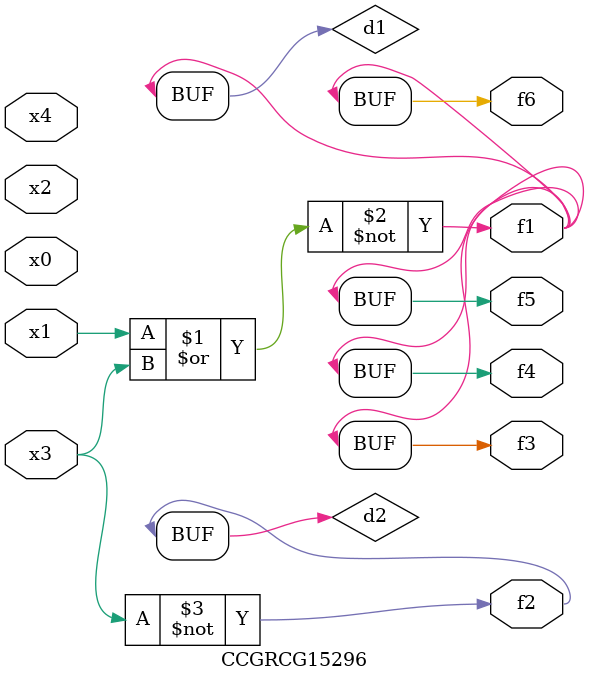
<source format=v>
module CCGRCG15296(
	input x0, x1, x2, x3, x4,
	output f1, f2, f3, f4, f5, f6
);

	wire d1, d2;

	nor (d1, x1, x3);
	not (d2, x3);
	assign f1 = d1;
	assign f2 = d2;
	assign f3 = d1;
	assign f4 = d1;
	assign f5 = d1;
	assign f6 = d1;
endmodule

</source>
